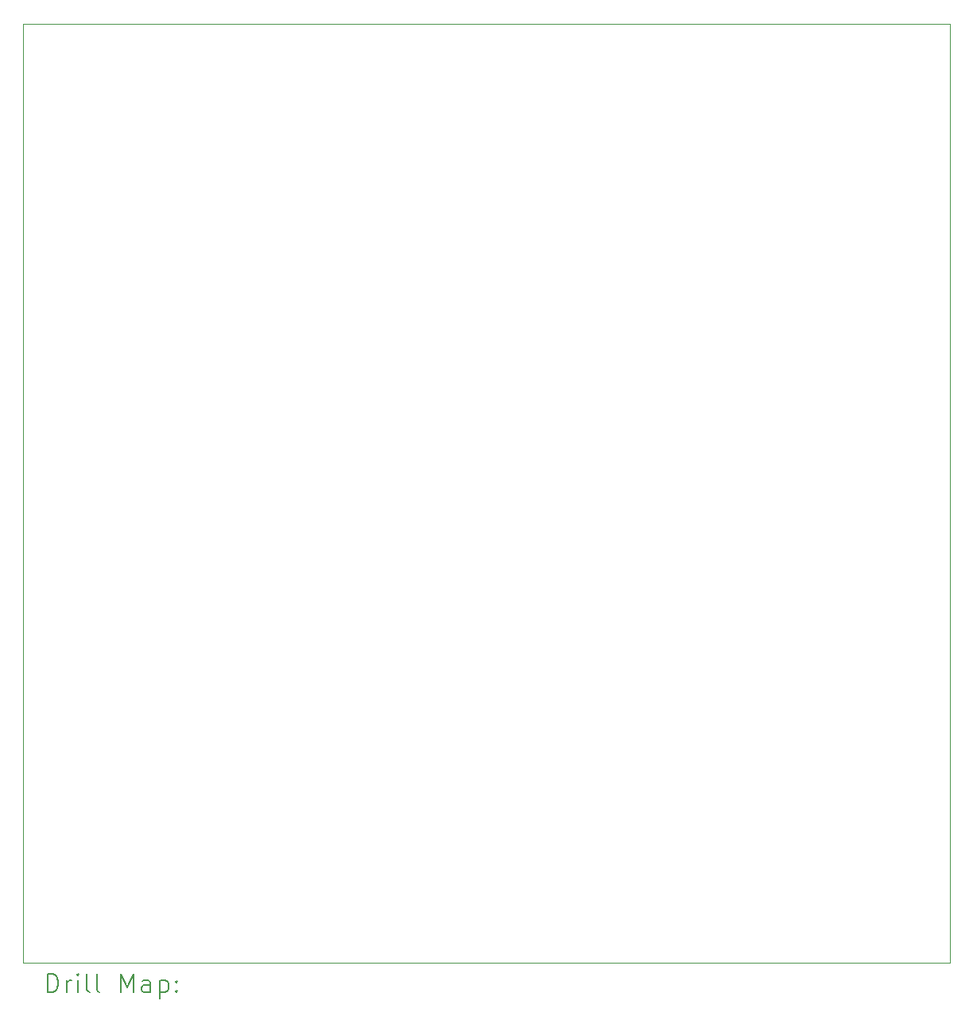
<source format=gbr>
%TF.GenerationSoftware,KiCad,Pcbnew,9.0.0*%
%TF.CreationDate,2025-04-23T17:40:39-07:00*%
%TF.ProjectId,ntscv2,6e747363-7632-42e6-9b69-6361645f7063,rev?*%
%TF.SameCoordinates,Original*%
%TF.FileFunction,Drillmap*%
%TF.FilePolarity,Positive*%
%FSLAX45Y45*%
G04 Gerber Fmt 4.5, Leading zero omitted, Abs format (unit mm)*
G04 Created by KiCad (PCBNEW 9.0.0) date 2025-04-23 17:40:39*
%MOMM*%
%LPD*%
G01*
G04 APERTURE LIST*
%ADD10C,0.050000*%
%ADD11C,0.200000*%
G04 APERTURE END LIST*
D10*
X10720750Y-2380000D02*
X20590000Y-2380000D01*
X20590000Y-12370000D01*
X10720750Y-12370000D01*
X10720750Y-2380000D01*
D11*
X10979027Y-12683984D02*
X10979027Y-12483984D01*
X10979027Y-12483984D02*
X11026646Y-12483984D01*
X11026646Y-12483984D02*
X11055218Y-12493508D01*
X11055218Y-12493508D02*
X11074265Y-12512555D01*
X11074265Y-12512555D02*
X11083789Y-12531603D01*
X11083789Y-12531603D02*
X11093313Y-12569698D01*
X11093313Y-12569698D02*
X11093313Y-12598269D01*
X11093313Y-12598269D02*
X11083789Y-12636365D01*
X11083789Y-12636365D02*
X11074265Y-12655412D01*
X11074265Y-12655412D02*
X11055218Y-12674460D01*
X11055218Y-12674460D02*
X11026646Y-12683984D01*
X11026646Y-12683984D02*
X10979027Y-12683984D01*
X11179027Y-12683984D02*
X11179027Y-12550650D01*
X11179027Y-12588746D02*
X11188551Y-12569698D01*
X11188551Y-12569698D02*
X11198075Y-12560174D01*
X11198075Y-12560174D02*
X11217122Y-12550650D01*
X11217122Y-12550650D02*
X11236170Y-12550650D01*
X11302836Y-12683984D02*
X11302836Y-12550650D01*
X11302836Y-12483984D02*
X11293313Y-12493508D01*
X11293313Y-12493508D02*
X11302836Y-12503031D01*
X11302836Y-12503031D02*
X11312360Y-12493508D01*
X11312360Y-12493508D02*
X11302836Y-12483984D01*
X11302836Y-12483984D02*
X11302836Y-12503031D01*
X11426646Y-12683984D02*
X11407598Y-12674460D01*
X11407598Y-12674460D02*
X11398075Y-12655412D01*
X11398075Y-12655412D02*
X11398075Y-12483984D01*
X11531408Y-12683984D02*
X11512360Y-12674460D01*
X11512360Y-12674460D02*
X11502836Y-12655412D01*
X11502836Y-12655412D02*
X11502836Y-12483984D01*
X11759979Y-12683984D02*
X11759979Y-12483984D01*
X11759979Y-12483984D02*
X11826646Y-12626841D01*
X11826646Y-12626841D02*
X11893313Y-12483984D01*
X11893313Y-12483984D02*
X11893313Y-12683984D01*
X12074265Y-12683984D02*
X12074265Y-12579222D01*
X12074265Y-12579222D02*
X12064741Y-12560174D01*
X12064741Y-12560174D02*
X12045694Y-12550650D01*
X12045694Y-12550650D02*
X12007598Y-12550650D01*
X12007598Y-12550650D02*
X11988551Y-12560174D01*
X12074265Y-12674460D02*
X12055217Y-12683984D01*
X12055217Y-12683984D02*
X12007598Y-12683984D01*
X12007598Y-12683984D02*
X11988551Y-12674460D01*
X11988551Y-12674460D02*
X11979027Y-12655412D01*
X11979027Y-12655412D02*
X11979027Y-12636365D01*
X11979027Y-12636365D02*
X11988551Y-12617317D01*
X11988551Y-12617317D02*
X12007598Y-12607793D01*
X12007598Y-12607793D02*
X12055217Y-12607793D01*
X12055217Y-12607793D02*
X12074265Y-12598269D01*
X12169503Y-12550650D02*
X12169503Y-12750650D01*
X12169503Y-12560174D02*
X12188551Y-12550650D01*
X12188551Y-12550650D02*
X12226646Y-12550650D01*
X12226646Y-12550650D02*
X12245694Y-12560174D01*
X12245694Y-12560174D02*
X12255217Y-12569698D01*
X12255217Y-12569698D02*
X12264741Y-12588746D01*
X12264741Y-12588746D02*
X12264741Y-12645888D01*
X12264741Y-12645888D02*
X12255217Y-12664936D01*
X12255217Y-12664936D02*
X12245694Y-12674460D01*
X12245694Y-12674460D02*
X12226646Y-12683984D01*
X12226646Y-12683984D02*
X12188551Y-12683984D01*
X12188551Y-12683984D02*
X12169503Y-12674460D01*
X12350456Y-12664936D02*
X12359979Y-12674460D01*
X12359979Y-12674460D02*
X12350456Y-12683984D01*
X12350456Y-12683984D02*
X12340932Y-12674460D01*
X12340932Y-12674460D02*
X12350456Y-12664936D01*
X12350456Y-12664936D02*
X12350456Y-12683984D01*
X12350456Y-12560174D02*
X12359979Y-12569698D01*
X12359979Y-12569698D02*
X12350456Y-12579222D01*
X12350456Y-12579222D02*
X12340932Y-12569698D01*
X12340932Y-12569698D02*
X12350456Y-12560174D01*
X12350456Y-12560174D02*
X12350456Y-12579222D01*
M02*

</source>
